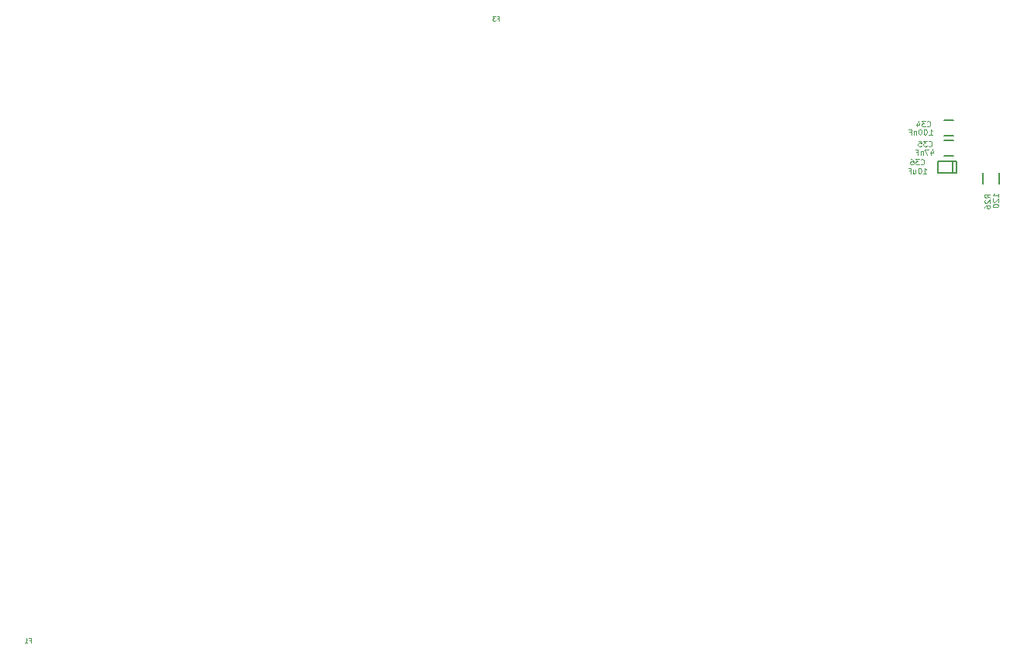
<source format=gbo>
G04 #@! TF.FileFunction,Legend,Bot*
%FSLAX46Y46*%
G04 Gerber Fmt 4.6, Leading zero omitted, Abs format (unit mm)*
G04 Created by KiCad (PCBNEW 4.0.4+e1-6308~48~ubuntu15.10.1-stable) date Tue Jun 20 15:03:40 2017*
%MOMM*%
%LPD*%
G01*
G04 APERTURE LIST*
%ADD10C,0.150000*%
%ADD11C,0.100000*%
G04 APERTURE END LIST*
D10*
X213450000Y-68400000D02*
X212450000Y-68400000D01*
X212450000Y-66700000D02*
X213450000Y-66700000D01*
X213450000Y-70550000D02*
X212450000Y-70550000D01*
X212450000Y-68850000D02*
X213450000Y-68850000D01*
X213385000Y-72435000D02*
X213385000Y-71165000D01*
X211734000Y-72435000D02*
X211734000Y-71165000D01*
X211734000Y-71165000D02*
X213766000Y-71165000D01*
X213766000Y-71165000D02*
X213766000Y-72435000D01*
X213766000Y-72435000D02*
X211734000Y-72435000D01*
X216701400Y-72450400D02*
X216701400Y-73650400D01*
X218451400Y-73650400D02*
X218451400Y-72450400D01*
D11*
X163696666Y-55564286D02*
X163863332Y-55564286D01*
X163863332Y-55826190D02*
X163863332Y-55326190D01*
X163625237Y-55326190D01*
X163482380Y-55326190D02*
X163172857Y-55326190D01*
X163339523Y-55516667D01*
X163268095Y-55516667D01*
X163220476Y-55540476D01*
X163196666Y-55564286D01*
X163172857Y-55611905D01*
X163172857Y-55730952D01*
X163196666Y-55778571D01*
X163220476Y-55802381D01*
X163268095Y-55826190D01*
X163410952Y-55826190D01*
X163458571Y-55802381D01*
X163482380Y-55778571D01*
X112626666Y-123504286D02*
X112793332Y-123504286D01*
X112793332Y-123766190D02*
X112793332Y-123266190D01*
X112555237Y-123266190D01*
X112102857Y-123766190D02*
X112388571Y-123766190D01*
X112245714Y-123766190D02*
X112245714Y-123266190D01*
X112293333Y-123337619D01*
X112340952Y-123385238D01*
X112388571Y-123409048D01*
X210560715Y-67339286D02*
X210589286Y-67367857D01*
X210675000Y-67396429D01*
X210732143Y-67396429D01*
X210817858Y-67367857D01*
X210875000Y-67310714D01*
X210903572Y-67253571D01*
X210932143Y-67139286D01*
X210932143Y-67053571D01*
X210903572Y-66939286D01*
X210875000Y-66882143D01*
X210817858Y-66825000D01*
X210732143Y-66796429D01*
X210675000Y-66796429D01*
X210589286Y-66825000D01*
X210560715Y-66853571D01*
X210360715Y-66796429D02*
X209989286Y-66796429D01*
X210189286Y-67025000D01*
X210103572Y-67025000D01*
X210046429Y-67053571D01*
X210017858Y-67082143D01*
X209989286Y-67139286D01*
X209989286Y-67282143D01*
X210017858Y-67339286D01*
X210046429Y-67367857D01*
X210103572Y-67396429D01*
X210275000Y-67396429D01*
X210332143Y-67367857D01*
X210360715Y-67339286D01*
X209475000Y-66996429D02*
X209475000Y-67396429D01*
X209617857Y-66767857D02*
X209760714Y-67196429D01*
X209389286Y-67196429D01*
X210778572Y-68271429D02*
X211121429Y-68271429D01*
X210950001Y-68271429D02*
X210950001Y-67671429D01*
X211007144Y-67757143D01*
X211064286Y-67814286D01*
X211121429Y-67842857D01*
X210407143Y-67671429D02*
X210350000Y-67671429D01*
X210292857Y-67700000D01*
X210264286Y-67728571D01*
X210235715Y-67785714D01*
X210207143Y-67900000D01*
X210207143Y-68042857D01*
X210235715Y-68157143D01*
X210264286Y-68214286D01*
X210292857Y-68242857D01*
X210350000Y-68271429D01*
X210407143Y-68271429D01*
X210464286Y-68242857D01*
X210492857Y-68214286D01*
X210521429Y-68157143D01*
X210550000Y-68042857D01*
X210550000Y-67900000D01*
X210521429Y-67785714D01*
X210492857Y-67728571D01*
X210464286Y-67700000D01*
X210407143Y-67671429D01*
X209835714Y-67671429D02*
X209778571Y-67671429D01*
X209721428Y-67700000D01*
X209692857Y-67728571D01*
X209664286Y-67785714D01*
X209635714Y-67900000D01*
X209635714Y-68042857D01*
X209664286Y-68157143D01*
X209692857Y-68214286D01*
X209721428Y-68242857D01*
X209778571Y-68271429D01*
X209835714Y-68271429D01*
X209892857Y-68242857D01*
X209921428Y-68214286D01*
X209950000Y-68157143D01*
X209978571Y-68042857D01*
X209978571Y-67900000D01*
X209950000Y-67785714D01*
X209921428Y-67728571D01*
X209892857Y-67700000D01*
X209835714Y-67671429D01*
X209378571Y-67871429D02*
X209378571Y-68271429D01*
X209378571Y-67928571D02*
X209349999Y-67900000D01*
X209292857Y-67871429D01*
X209207142Y-67871429D01*
X209149999Y-67900000D01*
X209121428Y-67957143D01*
X209121428Y-68271429D01*
X208635714Y-67957143D02*
X208835714Y-67957143D01*
X208835714Y-68271429D02*
X208835714Y-67671429D01*
X208550000Y-67671429D01*
X210735715Y-69489286D02*
X210764286Y-69517857D01*
X210850000Y-69546429D01*
X210907143Y-69546429D01*
X210992858Y-69517857D01*
X211050000Y-69460714D01*
X211078572Y-69403571D01*
X211107143Y-69289286D01*
X211107143Y-69203571D01*
X211078572Y-69089286D01*
X211050000Y-69032143D01*
X210992858Y-68975000D01*
X210907143Y-68946429D01*
X210850000Y-68946429D01*
X210764286Y-68975000D01*
X210735715Y-69003571D01*
X210535715Y-68946429D02*
X210164286Y-68946429D01*
X210364286Y-69175000D01*
X210278572Y-69175000D01*
X210221429Y-69203571D01*
X210192858Y-69232143D01*
X210164286Y-69289286D01*
X210164286Y-69432143D01*
X210192858Y-69489286D01*
X210221429Y-69517857D01*
X210278572Y-69546429D01*
X210450000Y-69546429D01*
X210507143Y-69517857D01*
X210535715Y-69489286D01*
X209621429Y-68946429D02*
X209907143Y-68946429D01*
X209935714Y-69232143D01*
X209907143Y-69203571D01*
X209850000Y-69175000D01*
X209707143Y-69175000D01*
X209650000Y-69203571D01*
X209621429Y-69232143D01*
X209592857Y-69289286D01*
X209592857Y-69432143D01*
X209621429Y-69489286D01*
X209650000Y-69517857D01*
X209707143Y-69546429D01*
X209850000Y-69546429D01*
X209907143Y-69517857D01*
X209935714Y-69489286D01*
X211000000Y-70071429D02*
X211000000Y-70471429D01*
X211142857Y-69842857D02*
X211285714Y-70271429D01*
X210914286Y-70271429D01*
X210742857Y-69871429D02*
X210342857Y-69871429D01*
X210600000Y-70471429D01*
X210114285Y-70071429D02*
X210114285Y-70471429D01*
X210114285Y-70128571D02*
X210085713Y-70100000D01*
X210028571Y-70071429D01*
X209942856Y-70071429D01*
X209885713Y-70100000D01*
X209857142Y-70157143D01*
X209857142Y-70471429D01*
X209371428Y-70157143D02*
X209571428Y-70157143D01*
X209571428Y-70471429D02*
X209571428Y-69871429D01*
X209285714Y-69871429D01*
X209885715Y-71489286D02*
X209914286Y-71517857D01*
X210000000Y-71546429D01*
X210057143Y-71546429D01*
X210142858Y-71517857D01*
X210200000Y-71460714D01*
X210228572Y-71403571D01*
X210257143Y-71289286D01*
X210257143Y-71203571D01*
X210228572Y-71089286D01*
X210200000Y-71032143D01*
X210142858Y-70975000D01*
X210057143Y-70946429D01*
X210000000Y-70946429D01*
X209914286Y-70975000D01*
X209885715Y-71003571D01*
X209685715Y-70946429D02*
X209314286Y-70946429D01*
X209514286Y-71175000D01*
X209428572Y-71175000D01*
X209371429Y-71203571D01*
X209342858Y-71232143D01*
X209314286Y-71289286D01*
X209314286Y-71432143D01*
X209342858Y-71489286D01*
X209371429Y-71517857D01*
X209428572Y-71546429D01*
X209600000Y-71546429D01*
X209657143Y-71517857D01*
X209685715Y-71489286D01*
X208800000Y-70946429D02*
X208914286Y-70946429D01*
X208971429Y-70975000D01*
X209000000Y-71003571D01*
X209057143Y-71089286D01*
X209085714Y-71203571D01*
X209085714Y-71432143D01*
X209057143Y-71489286D01*
X209028571Y-71517857D01*
X208971429Y-71546429D01*
X208857143Y-71546429D01*
X208800000Y-71517857D01*
X208771429Y-71489286D01*
X208742857Y-71432143D01*
X208742857Y-71289286D01*
X208771429Y-71232143D01*
X208800000Y-71203571D01*
X208857143Y-71175000D01*
X208971429Y-71175000D01*
X209028571Y-71203571D01*
X209057143Y-71232143D01*
X209085714Y-71289286D01*
X210167857Y-72496429D02*
X210510714Y-72496429D01*
X210339286Y-72496429D02*
X210339286Y-71896429D01*
X210396429Y-71982143D01*
X210453571Y-72039286D01*
X210510714Y-72067857D01*
X209796428Y-71896429D02*
X209739285Y-71896429D01*
X209682142Y-71925000D01*
X209653571Y-71953571D01*
X209625000Y-72010714D01*
X209596428Y-72125000D01*
X209596428Y-72267857D01*
X209625000Y-72382143D01*
X209653571Y-72439286D01*
X209682142Y-72467857D01*
X209739285Y-72496429D01*
X209796428Y-72496429D01*
X209853571Y-72467857D01*
X209882142Y-72439286D01*
X209910714Y-72382143D01*
X209939285Y-72267857D01*
X209939285Y-72125000D01*
X209910714Y-72010714D01*
X209882142Y-71953571D01*
X209853571Y-71925000D01*
X209796428Y-71896429D01*
X209082142Y-72096429D02*
X209082142Y-72496429D01*
X209339285Y-72096429D02*
X209339285Y-72410714D01*
X209310713Y-72467857D01*
X209253571Y-72496429D01*
X209167856Y-72496429D01*
X209110713Y-72467857D01*
X209082142Y-72439286D01*
X208596428Y-72182143D02*
X208796428Y-72182143D01*
X208796428Y-72496429D02*
X208796428Y-71896429D01*
X208510714Y-71896429D01*
X217447829Y-75164685D02*
X217162114Y-74964685D01*
X217447829Y-74821828D02*
X216847829Y-74821828D01*
X216847829Y-75050400D01*
X216876400Y-75107542D01*
X216904971Y-75136114D01*
X216962114Y-75164685D01*
X217047829Y-75164685D01*
X217104971Y-75136114D01*
X217133543Y-75107542D01*
X217162114Y-75050400D01*
X217162114Y-74821828D01*
X216904971Y-75393257D02*
X216876400Y-75421828D01*
X216847829Y-75478971D01*
X216847829Y-75621828D01*
X216876400Y-75678971D01*
X216904971Y-75707542D01*
X216962114Y-75736114D01*
X217019257Y-75736114D01*
X217104971Y-75707542D01*
X217447829Y-75364685D01*
X217447829Y-75736114D01*
X216847829Y-76250400D02*
X216847829Y-76136114D01*
X216876400Y-76078971D01*
X216904971Y-76050400D01*
X216990686Y-75993257D01*
X217104971Y-75964686D01*
X217333543Y-75964686D01*
X217390686Y-75993257D01*
X217419257Y-76021829D01*
X217447829Y-76078971D01*
X217447829Y-76193257D01*
X217419257Y-76250400D01*
X217390686Y-76278971D01*
X217333543Y-76307543D01*
X217190686Y-76307543D01*
X217133543Y-76278971D01*
X217104971Y-76250400D01*
X217076400Y-76193257D01*
X217076400Y-76078971D01*
X217104971Y-76021829D01*
X217133543Y-75993257D01*
X217190686Y-75964686D01*
X218347829Y-75050400D02*
X218347829Y-74707543D01*
X218347829Y-74878971D02*
X217747829Y-74878971D01*
X217833543Y-74821828D01*
X217890686Y-74764686D01*
X217919257Y-74707543D01*
X217804971Y-75278972D02*
X217776400Y-75307543D01*
X217747829Y-75364686D01*
X217747829Y-75507543D01*
X217776400Y-75564686D01*
X217804971Y-75593257D01*
X217862114Y-75621829D01*
X217919257Y-75621829D01*
X218004971Y-75593257D01*
X218347829Y-75250400D01*
X218347829Y-75621829D01*
X217747829Y-75993258D02*
X217747829Y-76050401D01*
X217776400Y-76107544D01*
X217804971Y-76136115D01*
X217862114Y-76164686D01*
X217976400Y-76193258D01*
X218119257Y-76193258D01*
X218233543Y-76164686D01*
X218290686Y-76136115D01*
X218319257Y-76107544D01*
X218347829Y-76050401D01*
X218347829Y-75993258D01*
X218319257Y-75936115D01*
X218290686Y-75907544D01*
X218233543Y-75878972D01*
X218119257Y-75850401D01*
X217976400Y-75850401D01*
X217862114Y-75878972D01*
X217804971Y-75907544D01*
X217776400Y-75936115D01*
X217747829Y-75993258D01*
M02*

</source>
